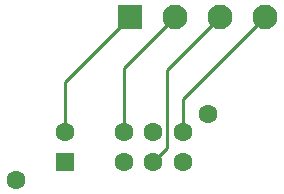
<source format=gtl>
G04 #@! TF.GenerationSoftware,KiCad,Pcbnew,6.0.2-378541a8eb~116~ubuntu20.04.1*
G04 #@! TF.CreationDate,2022-03-12T16:40:10-05:00*
G04 #@! TF.ProjectId,sidekickvco_b2,73696465-6b69-4636-9b76-636f5f62322e,rev?*
G04 #@! TF.SameCoordinates,Original*
G04 #@! TF.FileFunction,Copper,L1,Top*
G04 #@! TF.FilePolarity,Positive*
%FSLAX46Y46*%
G04 Gerber Fmt 4.6, Leading zero omitted, Abs format (unit mm)*
G04 Created by KiCad (PCBNEW 6.0.2-378541a8eb~116~ubuntu20.04.1) date 2022-03-12 16:40:10*
%MOMM*%
%LPD*%
G01*
G04 APERTURE LIST*
G04 Aperture macros list*
%AMRoundRect*
0 Rectangle with rounded corners*
0 $1 Rounding radius*
0 $2 $3 $4 $5 $6 $7 $8 $9 X,Y pos of 4 corners*
0 Add a 4 corners polygon primitive as box body*
4,1,4,$2,$3,$4,$5,$6,$7,$8,$9,$2,$3,0*
0 Add four circle primitives for the rounded corners*
1,1,$1+$1,$2,$3*
1,1,$1+$1,$4,$5*
1,1,$1+$1,$6,$7*
1,1,$1+$1,$8,$9*
0 Add four rect primitives between the rounded corners*
20,1,$1+$1,$2,$3,$4,$5,0*
20,1,$1+$1,$4,$5,$6,$7,0*
20,1,$1+$1,$6,$7,$8,$9,0*
20,1,$1+$1,$8,$9,$2,$3,0*%
G04 Aperture macros list end*
G04 #@! TA.AperFunction,ComponentPad*
%ADD10C,2.100000*%
G04 #@! TD*
G04 #@! TA.AperFunction,WasherPad*
%ADD11C,1.600000*%
G04 #@! TD*
G04 #@! TA.AperFunction,ComponentPad*
%ADD12R,1.600000X1.600000*%
G04 #@! TD*
G04 #@! TA.AperFunction,ComponentPad*
%ADD13C,1.600000*%
G04 #@! TD*
G04 #@! TA.AperFunction,ComponentPad*
%ADD14RoundRect,0.250001X-0.799999X-0.799999X0.799999X-0.799999X0.799999X0.799999X-0.799999X0.799999X0*%
G04 #@! TD*
G04 #@! TA.AperFunction,Conductor*
%ADD15C,0.250000*%
G04 #@! TD*
G04 APERTURE END LIST*
D10*
G04 #@! TO.P,J15,1,Pin_1*
G04 #@! TO.N,Board_0-/Panel mounted components/SYNCA_P*
X152389999Y-91009999D03*
G04 #@! TD*
D11*
G04 #@! TO.P,SW2,*
G04 #@! TO.N,*
X138938199Y-104820399D03*
X155138199Y-99220399D03*
D12*
G04 #@! TO.P,SW2,1,1*
G04 #@! TO.N,Board_0-/Panel mounted components/SOFT_SYNC_OFF_P*
X143038199Y-103270399D03*
D13*
G04 #@! TO.P,SW2,2,2*
G04 #@! TO.N,Board_0-/Panel mounted components/SOFT_SYNCA_P*
X148038199Y-103270399D03*
G04 #@! TO.P,SW2,3,3*
G04 #@! TO.N,Board_0-/Panel mounted components/SOFT_SYNC_OFF_P*
X150538199Y-103270399D03*
G04 #@! TO.P,SW2,4,4*
G04 #@! TO.N,Board_0-unconnected-(SW2-Pad4)*
X153038199Y-103270399D03*
G04 #@! TO.P,SW2,5,5*
G04 #@! TO.N,Board_0-/Panel mounted components/HARD_SYNCA_P*
X143038199Y-100770399D03*
G04 #@! TO.P,SW2,6,6*
G04 #@! TO.N,Board_0-/Panel mounted components/SYNCA_P*
X148038199Y-100770399D03*
G04 #@! TO.P,SW2,7,7*
G04 #@! TO.N,Board_0-unconnected-(SW2-Pad7)*
X150538199Y-100770399D03*
G04 #@! TO.P,SW2,8,8*
G04 #@! TO.N,Board_0-/Panel mounted components/SOFT_SYNCA_P*
X153038199Y-100770399D03*
G04 #@! TD*
D14*
G04 #@! TO.P,J14,1,Pin_1*
G04 #@! TO.N,Board_0-/Panel mounted components/HARD_SYNCA_P*
X148579999Y-91009999D03*
G04 #@! TD*
D10*
G04 #@! TO.P,J17,1,Pin_1*
G04 #@! TO.N,Board_0-/Panel mounted components/SOFT_SYNCA_P*
X160009999Y-91009999D03*
G04 #@! TD*
G04 #@! TO.P,J16,1,Pin_1*
G04 #@! TO.N,Board_0-/Panel mounted components/SOFT_SYNC_OFF_P*
X156199999Y-91009999D03*
G04 #@! TD*
D15*
G04 #@! TO.N,Board_0-/Panel mounted components/HARD_SYNCA_P*
X143038199Y-96551799D02*
X148579999Y-91009999D01*
X143038199Y-100770399D02*
X143038199Y-96551799D01*
G04 #@! TO.N,Board_0-/Panel mounted components/SOFT_SYNCA_P*
X153038199Y-97981799D02*
X160009999Y-91009999D01*
X153038199Y-100770399D02*
X153038199Y-97981799D01*
G04 #@! TO.N,Board_0-/Panel mounted components/SOFT_SYNC_OFF_P*
X151662710Y-95547288D02*
X156199999Y-91009999D01*
X150538199Y-103270399D02*
X151662710Y-102145888D01*
X151662710Y-102145888D02*
X151662710Y-95547288D01*
G04 #@! TO.N,Board_0-/Panel mounted components/SYNCA_P*
X148038199Y-95361799D02*
X152389999Y-91009999D01*
X148038199Y-100770399D02*
X148038199Y-95361799D01*
G04 #@! TD*
M02*

</source>
